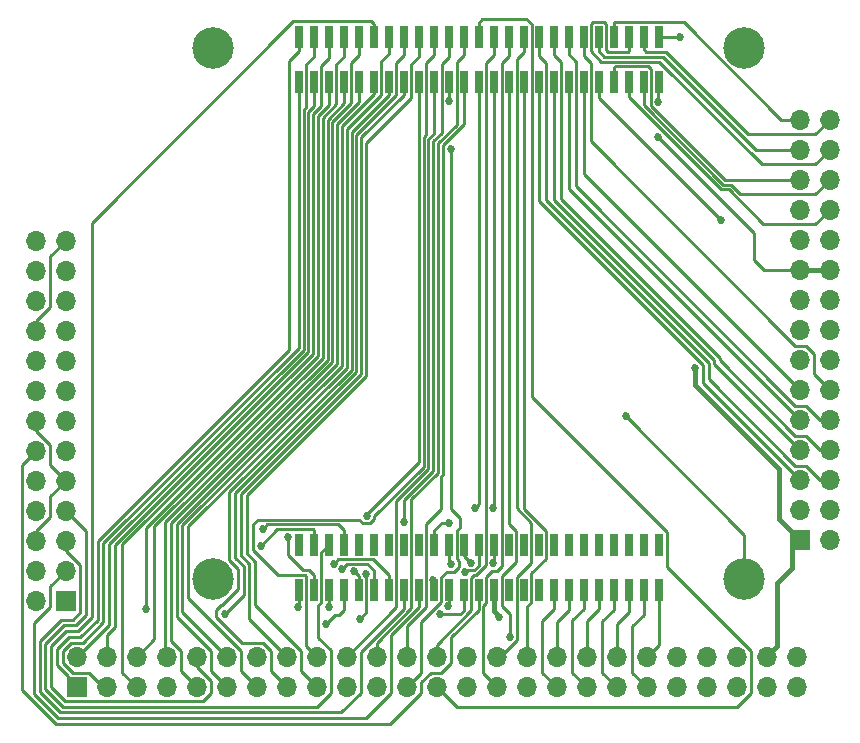
<source format=gtl>
G04 #@! TF.GenerationSoftware,KiCad,Pcbnew,5.1.7*
G04 #@! TF.CreationDate,2020-10-22T00:02:30+01:00*
G04 #@! TF.ProjectId,rc2014-icecore,72633230-3134-42d6-9963-65636f72652e,1*
G04 #@! TF.SameCoordinates,Original*
G04 #@! TF.FileFunction,Copper,L1,Top*
G04 #@! TF.FilePolarity,Positive*
%FSLAX46Y46*%
G04 Gerber Fmt 4.6, Leading zero omitted, Abs format (unit mm)*
G04 Created by KiCad (PCBNEW 5.1.7) date 2020-10-22 00:02:30*
%MOMM*%
%LPD*%
G01*
G04 APERTURE LIST*
G04 #@! TA.AperFunction,ComponentPad*
%ADD10C,3.516000*%
G04 #@! TD*
G04 #@! TA.AperFunction,SMDPad,CuDef*
%ADD11R,0.635000X1.905000*%
G04 #@! TD*
G04 #@! TA.AperFunction,ComponentPad*
%ADD12R,1.700000X1.700000*%
G04 #@! TD*
G04 #@! TA.AperFunction,ComponentPad*
%ADD13O,1.700000X1.700000*%
G04 #@! TD*
G04 #@! TA.AperFunction,ViaPad*
%ADD14C,0.685800*%
G04 #@! TD*
G04 #@! TA.AperFunction,Conductor*
%ADD15C,0.254000*%
G04 #@! TD*
G04 #@! TA.AperFunction,Conductor*
%ADD16C,0.381000*%
G04 #@! TD*
G04 APERTURE END LIST*
D10*
X77068000Y-107167000D03*
X122068000Y-107167000D03*
X77068000Y-152167000D03*
X122068000Y-152167000D03*
D11*
X84328000Y-106262000D03*
X85598000Y-106262000D03*
X86868000Y-106262000D03*
X88138000Y-106262000D03*
X89408000Y-106262000D03*
X90678000Y-106262000D03*
X91948000Y-106262000D03*
X93218000Y-106262000D03*
X94488000Y-106262000D03*
X95758000Y-106262000D03*
X97028000Y-106262000D03*
X98298000Y-106262000D03*
X99568000Y-106262000D03*
X100838000Y-106262000D03*
X102108000Y-106262000D03*
X103378000Y-106262000D03*
X104648000Y-106262000D03*
X105918000Y-106262000D03*
X107188000Y-106262000D03*
X108458000Y-106262000D03*
X109728000Y-106262000D03*
X110998000Y-106262000D03*
X112268000Y-106262000D03*
X113538000Y-106262000D03*
X114808000Y-106262000D03*
X84328000Y-110072000D03*
X85598000Y-110072000D03*
X86868000Y-110072000D03*
X88138000Y-110072000D03*
X89408000Y-110072000D03*
X90678000Y-110072000D03*
X91948000Y-110072000D03*
X93218000Y-110072000D03*
X94488000Y-110072000D03*
X95758000Y-110072000D03*
X97028000Y-110072000D03*
X98298000Y-110072000D03*
X99568000Y-110072000D03*
X100838000Y-110072000D03*
X102108000Y-110072000D03*
X103378000Y-110072000D03*
X104648000Y-110072000D03*
X105918000Y-110072000D03*
X107188000Y-110072000D03*
X108458000Y-110072000D03*
X109728000Y-110072000D03*
X110998000Y-110072000D03*
X112268000Y-110072000D03*
X113538000Y-110072000D03*
X114808000Y-110072000D03*
X84328000Y-149262000D03*
X85598000Y-149262000D03*
X86868000Y-149262000D03*
X88138000Y-149262000D03*
X89408000Y-149262000D03*
X90678000Y-149262000D03*
X91948000Y-149262000D03*
X93218000Y-149262000D03*
X94488000Y-149262000D03*
X95758000Y-149262000D03*
X97028000Y-149262000D03*
X98298000Y-149262000D03*
X99568000Y-149262000D03*
X100838000Y-149262000D03*
X102108000Y-149262000D03*
X103378000Y-149262000D03*
X104648000Y-149262000D03*
X105918000Y-149262000D03*
X107188000Y-149262000D03*
X108458000Y-149262000D03*
X109728000Y-149262000D03*
X110998000Y-149262000D03*
X112268000Y-149262000D03*
X113538000Y-149262000D03*
X114808000Y-149262000D03*
X84328000Y-153072000D03*
X85598000Y-153072000D03*
X86868000Y-153072000D03*
X88138000Y-153072000D03*
X89408000Y-153072000D03*
X90678000Y-153072000D03*
X91948000Y-153072000D03*
X93218000Y-153072000D03*
X94488000Y-153072000D03*
X95758000Y-153072000D03*
X97028000Y-153072000D03*
X98298000Y-153072000D03*
X99568000Y-153072000D03*
X100838000Y-153072000D03*
X102108000Y-153072000D03*
X103378000Y-153072000D03*
X104648000Y-153072000D03*
X105918000Y-153072000D03*
X107188000Y-153072000D03*
X108458000Y-153072000D03*
X109728000Y-153072000D03*
X110998000Y-153072000D03*
X112268000Y-153072000D03*
X113538000Y-153072000D03*
X114808000Y-153072000D03*
D12*
X65532000Y-161290000D03*
D13*
X65532000Y-158750000D03*
X68072000Y-161290000D03*
X68072000Y-158750000D03*
X70612000Y-161290000D03*
X70612000Y-158750000D03*
X73152000Y-161290000D03*
X73152000Y-158750000D03*
X75692000Y-161290000D03*
X75692000Y-158750000D03*
X78232000Y-161290000D03*
X78232000Y-158750000D03*
X80772000Y-161290000D03*
X80772000Y-158750000D03*
X83312000Y-161290000D03*
X83312000Y-158750000D03*
X85852000Y-161290000D03*
X85852000Y-158750000D03*
X88392000Y-161290000D03*
X88392000Y-158750000D03*
X90932000Y-161290000D03*
X90932000Y-158750000D03*
X93472000Y-161290000D03*
X93472000Y-158750000D03*
X96012000Y-161290000D03*
X96012000Y-158750000D03*
X98552000Y-161290000D03*
X98552000Y-158750000D03*
X101092000Y-161290000D03*
X101092000Y-158750000D03*
X103632000Y-161290000D03*
X103632000Y-158750000D03*
X106172000Y-161290000D03*
X106172000Y-158750000D03*
X108712000Y-161290000D03*
X108712000Y-158750000D03*
X111252000Y-161290000D03*
X111252000Y-158750000D03*
X113792000Y-161290000D03*
X113792000Y-158750000D03*
X116332000Y-161290000D03*
X116332000Y-158750000D03*
X118872000Y-161290000D03*
X118872000Y-158750000D03*
X121412000Y-161290000D03*
X121412000Y-158750000D03*
X123952000Y-161290000D03*
X123952000Y-158750000D03*
X126492000Y-161290000D03*
X126492000Y-158750000D03*
D12*
X126746000Y-148844000D03*
D13*
X129286000Y-148844000D03*
X126746000Y-146304000D03*
X129286000Y-146304000D03*
X126746000Y-143764000D03*
X129286000Y-143764000D03*
X126746000Y-141224000D03*
X129286000Y-141224000D03*
X126746000Y-138684000D03*
X129286000Y-138684000D03*
X126746000Y-136144000D03*
X129286000Y-136144000D03*
X126746000Y-133604000D03*
X129286000Y-133604000D03*
X126746000Y-131064000D03*
X129286000Y-131064000D03*
X126746000Y-128524000D03*
X129286000Y-128524000D03*
X126746000Y-125984000D03*
X129286000Y-125984000D03*
X126746000Y-123444000D03*
X129286000Y-123444000D03*
X126746000Y-120904000D03*
X129286000Y-120904000D03*
X126746000Y-118364000D03*
X129286000Y-118364000D03*
X126746000Y-115824000D03*
X129286000Y-115824000D03*
X126746000Y-113284000D03*
X129286000Y-113284000D03*
D12*
X64643000Y-154000000D03*
D13*
X62103000Y-154000000D03*
X64643000Y-151460000D03*
X62103000Y-151460000D03*
X64643000Y-148920000D03*
X62103000Y-148920000D03*
X64643000Y-146380000D03*
X62103000Y-146380000D03*
X64643000Y-143840000D03*
X62103000Y-143840000D03*
X64643000Y-141300000D03*
X62103000Y-141300000D03*
X64643000Y-138760000D03*
X62103000Y-138760000D03*
X64643000Y-136220000D03*
X62103000Y-136220000D03*
X64643000Y-133680000D03*
X62103000Y-133680000D03*
X64643000Y-131140000D03*
X62103000Y-131140000D03*
X64643000Y-128600000D03*
X62103000Y-128600000D03*
X64643000Y-126060000D03*
X62103000Y-126060000D03*
X64643000Y-123520000D03*
X62103000Y-123520000D03*
D14*
X84255600Y-154519900D03*
X116611400Y-106273600D03*
X112064800Y-138404600D03*
X101269800Y-155346400D03*
X86853700Y-154537300D03*
X86673100Y-155939600D03*
X78054000Y-155097400D03*
X71407900Y-154664400D03*
X97231200Y-115773200D03*
X97053400Y-111658400D03*
X99268236Y-146118853D03*
X100812591Y-146178218D03*
X120043070Y-121786750D03*
X81091600Y-149359800D03*
X81269800Y-147945800D03*
X97078802Y-147396200D03*
X97249655Y-150866354D03*
X98882200Y-150799800D03*
X98444311Y-151587896D03*
X100812600Y-150850600D03*
X83438600Y-148577341D03*
X89027000Y-151522632D03*
X88001571Y-151310133D03*
X87274286Y-150893412D03*
X95707201Y-152274491D03*
X96935392Y-154472299D03*
X96254366Y-155163666D03*
X93243400Y-147370800D03*
X90068400Y-146812000D03*
X90047204Y-151735873D03*
X89521401Y-155512399D03*
X102184200Y-157048200D03*
X117851800Y-134328500D03*
X114757200Y-114757200D03*
X114782600Y-111785400D03*
D15*
X64643000Y-123520000D02*
X63308700Y-124854300D01*
X63308700Y-124854300D02*
X63308700Y-129099400D01*
X63308700Y-129099400D02*
X62103000Y-130305100D01*
X62103000Y-130305100D02*
X62103000Y-131140000D01*
X62103000Y-138760000D02*
X62103000Y-139594900D01*
X62103000Y-139594900D02*
X63308700Y-140800600D01*
X63308700Y-140800600D02*
X63308700Y-142505700D01*
X63308700Y-142505700D02*
X64643000Y-143840000D01*
X62103000Y-148920000D02*
X62103000Y-148085100D01*
X62103000Y-148085100D02*
X63308700Y-146879400D01*
X63308700Y-146879400D02*
X63308700Y-145174300D01*
X63308700Y-145174300D02*
X64643000Y-143840000D01*
X114808000Y-106262000D02*
X116599800Y-106262000D01*
X116599800Y-106262000D02*
X116611400Y-106273600D01*
X84328000Y-154447500D02*
X84255600Y-154519900D01*
X84328000Y-153072000D02*
X84328000Y-154447500D01*
X122068000Y-152167000D02*
X122068000Y-148407800D01*
X122068000Y-148407800D02*
X112064800Y-138404600D01*
D16*
X100838000Y-154914600D02*
X101269800Y-155346400D01*
X100838000Y-153072000D02*
X100838000Y-154914600D01*
D15*
X86853700Y-154537300D02*
X86853700Y-154024500D01*
X86853700Y-154024500D02*
X86853700Y-153897500D01*
X86853700Y-153897500D02*
X86868000Y-153072000D01*
X87757000Y-155194000D02*
X88138000Y-154813000D01*
X88138000Y-154813000D02*
X88138000Y-153072000D01*
X86673100Y-155939600D02*
X87418700Y-155194000D01*
X87418700Y-155194000D02*
X87757000Y-155194000D01*
X84328000Y-107278000D02*
X84328000Y-106262000D01*
X84328000Y-107442000D02*
X84328000Y-107278000D01*
X63863400Y-158058800D02*
X64840800Y-157081400D01*
X64809000Y-160387400D02*
X63863400Y-159441800D01*
X65532000Y-161290000D02*
X64809000Y-160567000D01*
X63863400Y-159441800D02*
X63863400Y-158058800D01*
X64809000Y-160567000D02*
X64809000Y-160387400D01*
X64840800Y-157081400D02*
X65812600Y-157081400D01*
X65812600Y-157081400D02*
X67296800Y-155597200D01*
X67296800Y-155597200D02*
X67296800Y-148984200D01*
X67296800Y-148984200D02*
X83494700Y-132786300D01*
X83494700Y-108275300D02*
X84328000Y-107442000D01*
X83494700Y-132786300D02*
X83494700Y-108275300D01*
X68262200Y-149228550D02*
X84734411Y-132756340D01*
X65532000Y-158750000D02*
X68262200Y-156019800D01*
X84963000Y-112207750D02*
X84963000Y-108585000D01*
X84734411Y-132756340D02*
X84734411Y-112436339D01*
X85598000Y-107950000D02*
X85598000Y-106262000D01*
X84963000Y-108585000D02*
X85598000Y-107950000D01*
X68262200Y-156019800D02*
X68262200Y-149228550D01*
X84734411Y-112436339D02*
X84963000Y-112207750D01*
X69406300Y-160084300D02*
X69406300Y-149233950D01*
X85547233Y-133093020D02*
X85547233Y-112773018D01*
X86233000Y-112087250D02*
X86233000Y-108712000D01*
X69406300Y-149233950D02*
X85547233Y-133093020D01*
X70612000Y-161290000D02*
X69406300Y-160084300D01*
X86868000Y-108077000D02*
X86868000Y-106262000D01*
X86233000Y-108712000D02*
X86868000Y-108077000D01*
X85547233Y-112773018D02*
X86233000Y-112087250D01*
X87503000Y-108585000D02*
X88138000Y-107950000D01*
X87503000Y-111966752D02*
X87503000Y-108585000D01*
X86360055Y-133429700D02*
X86360055Y-113109697D01*
X70612000Y-158750000D02*
X72106500Y-157255500D01*
X88138000Y-107950000D02*
X88138000Y-106262000D01*
X72106500Y-157255500D02*
X72106500Y-147683252D01*
X86360055Y-113109697D02*
X87503000Y-111966752D01*
X72106500Y-147683252D02*
X86360055Y-133429700D01*
X89408000Y-107823000D02*
X89408000Y-106262000D01*
X88773000Y-111846254D02*
X88773000Y-108458000D01*
X87172877Y-133766380D02*
X87172877Y-113446377D01*
X73506200Y-147433054D02*
X87172877Y-133766380D01*
X74357700Y-158250600D02*
X73506200Y-157399100D01*
X74357700Y-159955700D02*
X74357700Y-158250600D01*
X75692000Y-161290000D02*
X74357700Y-159955700D01*
X73506200Y-157399100D02*
X73506200Y-147433054D01*
X88773000Y-108458000D02*
X89408000Y-107823000D01*
X87172877Y-113446377D02*
X88773000Y-111846254D01*
X64632700Y-156578900D02*
X65632400Y-156578900D01*
X63360900Y-157850700D02*
X64632700Y-156578900D01*
X65632400Y-156578900D02*
X66814100Y-155397200D01*
X63360900Y-161321900D02*
X63360900Y-157850700D01*
X75692000Y-159584900D02*
X76897700Y-160790600D01*
X64534700Y-162495700D02*
X63360900Y-161321900D01*
X76897700Y-160790600D02*
X76897700Y-161789400D01*
X90475800Y-104953800D02*
X90678000Y-105156000D01*
X76191400Y-162495700D02*
X64534700Y-162495700D01*
X66814100Y-155397200D02*
X66814100Y-122002900D01*
X76897700Y-161789400D02*
X76191400Y-162495700D01*
X75692000Y-158750000D02*
X75692000Y-159584900D01*
X66814100Y-122002900D02*
X83863200Y-104953800D01*
X83863200Y-104953800D02*
X90475800Y-104953800D01*
X90678000Y-105156000D02*
X90678000Y-106262000D01*
X88392110Y-114076890D02*
X91313000Y-111156000D01*
X79437700Y-159955700D02*
X79437700Y-158250600D01*
X80772000Y-161290000D02*
X79437700Y-159955700D01*
X74954300Y-147709207D02*
X88392110Y-134271400D01*
X74954300Y-153767200D02*
X74954300Y-147709207D01*
X79437700Y-158250600D02*
X74954300Y-153767200D01*
X88392110Y-134271400D02*
X88392110Y-114076890D01*
X91313000Y-111156000D02*
X91313000Y-108331000D01*
X91313000Y-108331000D02*
X91948000Y-107696000D01*
X91948000Y-107696000D02*
X91948000Y-106262000D01*
X89204932Y-134608080D02*
X89204932Y-114534068D01*
X89204932Y-114534068D02*
X92583000Y-111156000D01*
X92583000Y-108458000D02*
X93218000Y-107823000D01*
X79664400Y-153487000D02*
X79664400Y-151091500D01*
X78944900Y-150372000D02*
X78944900Y-144868109D01*
X78054000Y-155097400D02*
X79664400Y-153487000D01*
X79664400Y-151091500D02*
X78944900Y-150372000D01*
X78944900Y-144868109D02*
X89204932Y-134608080D01*
X92583000Y-111156000D02*
X92583000Y-108458000D01*
X93218000Y-107823000D02*
X93218000Y-106262000D01*
X79910300Y-145052211D02*
X90017754Y-134944760D01*
X90017754Y-115235846D02*
X93853000Y-111400600D01*
X94488000Y-107950000D02*
X94488000Y-106262000D01*
X85852000Y-161290000D02*
X84517700Y-159955700D01*
X90017754Y-134944760D02*
X90017754Y-115235846D01*
X84517700Y-159955700D02*
X84517700Y-158250600D01*
X84517700Y-158250600D02*
X80629800Y-154362700D01*
X80629800Y-154362700D02*
X80629800Y-150691700D01*
X80629800Y-150691700D02*
X79910300Y-149972200D01*
X79910300Y-149972200D02*
X79910300Y-145052211D01*
X93853000Y-111400600D02*
X93853000Y-108585000D01*
X93853000Y-108585000D02*
X94488000Y-107950000D01*
X95758000Y-107823000D02*
X95758000Y-106262000D01*
X95123000Y-108458000D02*
X95758000Y-107823000D01*
X94894411Y-114773140D02*
X95123000Y-114544551D01*
X82599699Y-151840099D02*
X80467200Y-149707600D01*
X84869021Y-151840099D02*
X82599699Y-151840099D01*
X84924901Y-151895979D02*
X84869021Y-151840099D01*
X84924901Y-157822901D02*
X84924901Y-151895979D01*
X90690702Y-146866048D02*
X94894411Y-142662340D01*
X90367106Y-147434302D02*
X90690702Y-147110706D01*
X95123000Y-114544551D02*
X95123000Y-108458000D01*
X85852000Y-158750000D02*
X84924901Y-157822901D01*
X80467200Y-149707600D02*
X80467200Y-147548600D01*
X80467200Y-147548600D02*
X80873591Y-147142209D01*
X80873591Y-147142209D02*
X89452201Y-147142209D01*
X94894411Y-142662340D02*
X94894411Y-114773140D01*
X90690702Y-147110706D02*
X90690702Y-146866048D01*
X89452201Y-147142209D02*
X89744294Y-147434302D01*
X89744294Y-147434302D02*
X90367106Y-147434302D01*
X98298000Y-107823000D02*
X98298000Y-106262000D01*
X97688400Y-108432600D02*
X98298000Y-107823000D01*
X96113644Y-115278159D02*
X97688400Y-113703403D01*
X97688400Y-113703403D02*
X97688400Y-108432600D01*
X96113644Y-143167360D02*
X96113644Y-115278159D01*
X93865702Y-145415301D02*
X96113644Y-143167360D01*
X90932000Y-157546750D02*
X93853000Y-154625750D01*
X93865702Y-147669506D02*
X93865702Y-145415301D01*
X90932000Y-158750000D02*
X90932000Y-157546750D01*
X93853000Y-154625750D02*
X93853000Y-147682208D01*
X93853000Y-147682208D02*
X93865702Y-147669506D01*
X122617700Y-161789400D02*
X122617700Y-158250600D01*
X121428700Y-162978400D02*
X122617700Y-161789400D01*
X122617700Y-158250600D02*
X115481200Y-151114100D01*
X104051099Y-105216099D02*
X103610000Y-104775000D01*
X96012000Y-161290000D02*
X97700400Y-162978400D01*
X99848500Y-104775000D02*
X99568000Y-105055500D01*
X115481200Y-151114100D02*
X115481200Y-148162200D01*
X115481200Y-148162200D02*
X104051099Y-136732099D01*
X97700400Y-162978400D02*
X121428700Y-162978400D01*
X104051099Y-136732099D02*
X104051099Y-105216099D01*
X99568000Y-105055500D02*
X99568000Y-106262000D01*
X103610000Y-104775000D02*
X99848500Y-104775000D01*
X99349246Y-151828513D02*
X100164901Y-151012858D01*
X96012000Y-157737251D02*
X98933000Y-154816251D01*
X100203000Y-145876629D02*
X100203000Y-108458000D01*
X100164901Y-151012858D02*
X100164901Y-145914728D01*
X98933000Y-152041559D02*
X99146046Y-151828513D01*
X100203000Y-108458000D02*
X100838000Y-107823000D01*
X100164901Y-145914728D02*
X100203000Y-145876629D01*
X96012000Y-158750000D02*
X96012000Y-157737251D01*
X98933000Y-154816251D02*
X98933000Y-152041559D01*
X100838000Y-107823000D02*
X100838000Y-106262000D01*
X99146046Y-151828513D02*
X99349246Y-151828513D01*
X102781099Y-108165901D02*
X103378000Y-107569000D01*
X104013000Y-147428828D02*
X102781099Y-146196927D01*
X104013000Y-150771557D02*
X104013000Y-147428828D01*
X102781099Y-152003458D02*
X104013000Y-150771557D01*
X101403408Y-158750000D02*
X102836979Y-157316429D01*
X103378000Y-107569000D02*
X103378000Y-106262000D01*
X101092000Y-158750000D02*
X101403408Y-158750000D01*
X102781099Y-154248021D02*
X102781099Y-152003458D01*
X102836979Y-157316429D02*
X102836979Y-154303901D01*
X102781099Y-146196927D02*
X102781099Y-108165901D01*
X102836979Y-154303901D02*
X102781099Y-154248021D01*
X105283000Y-108483400D02*
X104648000Y-107848400D01*
X104648000Y-106897000D02*
X104648000Y-106262000D01*
X105283000Y-120089100D02*
X105283000Y-108483400D01*
X119033100Y-133839200D02*
X105283000Y-120089100D01*
X104648000Y-107848400D02*
X104648000Y-106897000D01*
X128451100Y-143764000D02*
X127245400Y-142558300D01*
X129286000Y-143764000D02*
X128451100Y-143764000D01*
X127245400Y-142558300D02*
X126375200Y-142558300D01*
X126375200Y-142558300D02*
X119033100Y-135216200D01*
X119033100Y-135216200D02*
X119033100Y-133839200D01*
X105918000Y-107442000D02*
X105918000Y-106262000D01*
X105918000Y-107797600D02*
X105918000Y-107442000D01*
X106553000Y-108432600D02*
X105918000Y-107797600D01*
X106553000Y-119993800D02*
X106553000Y-108432600D01*
X119998500Y-133439300D02*
X106553000Y-119993800D01*
X127245400Y-140018300D02*
X126375200Y-140018300D01*
X128451100Y-141224000D02*
X127245400Y-140018300D01*
X129286000Y-141224000D02*
X128451100Y-141224000D01*
X126375200Y-140018300D02*
X119998500Y-133641600D01*
X119998500Y-133641600D02*
X119998500Y-133439300D01*
X107188000Y-107746800D02*
X107188000Y-106262000D01*
X107823000Y-108381800D02*
X107188000Y-107746800D01*
X128451100Y-138684000D02*
X127245400Y-137478300D01*
X107823000Y-118926100D02*
X107823000Y-108381800D01*
X129286000Y-138684000D02*
X128451100Y-138684000D01*
X127245400Y-137478300D02*
X126375200Y-137478300D01*
X126375200Y-137478300D02*
X107823000Y-118926100D01*
X108458000Y-107848400D02*
X108458000Y-106897000D01*
X109093000Y-108483400D02*
X108458000Y-107848400D01*
X109093000Y-115116100D02*
X109093000Y-108483400D01*
X127951700Y-134809700D02*
X127951700Y-133104600D01*
X108458000Y-106897000D02*
X108458000Y-106262000D01*
X129286000Y-136144000D02*
X127951700Y-134809700D01*
X127951700Y-133104600D02*
X127245400Y-132398300D01*
X127245400Y-132398300D02*
X126375200Y-132398300D01*
X126375200Y-132398300D02*
X109093000Y-115116100D01*
X126746000Y-115824000D02*
X123015700Y-115824000D01*
X110210478Y-107950978D02*
X109728000Y-107468500D01*
X109728000Y-107468500D02*
X109728000Y-106262000D01*
X115142678Y-107950978D02*
X110210478Y-107950978D01*
X123015700Y-115824000D02*
X115142678Y-107950978D01*
X125169646Y-113284000D02*
X126746000Y-113284000D01*
X116915745Y-105030099D02*
X125169646Y-113284000D01*
X111023401Y-105030099D02*
X116915745Y-105030099D01*
X110998000Y-105055500D02*
X111023401Y-105030099D01*
X110998000Y-106262000D02*
X110998000Y-105055500D01*
X109093000Y-105178000D02*
X109279000Y-104992000D01*
X110363000Y-105178000D02*
X110363000Y-107346000D01*
X128080300Y-117029700D02*
X123538700Y-117029700D01*
X129286000Y-115824000D02*
X128080300Y-117029700D01*
X110177000Y-104992000D02*
X110363000Y-105178000D01*
X109279000Y-104992000D02*
X110177000Y-104992000D01*
X110536300Y-107519300D02*
X112217200Y-107519300D01*
X109093000Y-107495300D02*
X109093000Y-105178000D01*
X112268000Y-107468500D02*
X112268000Y-106262000D01*
X112217200Y-107519300D02*
X112268000Y-107468500D01*
X109955089Y-108357389D02*
X109093000Y-107495300D01*
X123538700Y-117029700D02*
X114866389Y-108357389D01*
X110363000Y-107346000D02*
X110536300Y-107519300D01*
X114866389Y-108357389D02*
X109955089Y-108357389D01*
X113538000Y-107315000D02*
X113538000Y-106262000D01*
X128080300Y-114489700D02*
X122364000Y-114489700D01*
X129286000Y-113284000D02*
X128080300Y-114489700D01*
X122364000Y-114489700D02*
X115393600Y-107519300D01*
X115393600Y-107519300D02*
X113742300Y-107519300D01*
X113742300Y-107519300D02*
X113538000Y-107315000D01*
X66529300Y-160084300D02*
X65175200Y-160084300D01*
X65036700Y-157554200D02*
X66022400Y-157554200D01*
X67779500Y-149136500D02*
X84328000Y-132588000D01*
X67735000Y-161290000D02*
X66529300Y-160084300D01*
X67779500Y-155797100D02*
X67779500Y-149136500D01*
X68072000Y-161290000D02*
X67735000Y-161290000D01*
X64336200Y-158254700D02*
X65036700Y-157554200D01*
X84328000Y-132588000D02*
X84328000Y-110072000D01*
X65175200Y-160084300D02*
X64336200Y-159245300D01*
X66022400Y-157554200D02*
X67779500Y-155797100D01*
X64336200Y-159245300D02*
X64336200Y-158254700D01*
X85598000Y-112147500D02*
X85598000Y-110072000D01*
X85140822Y-132924680D02*
X85140822Y-112604679D01*
X68072000Y-158750000D02*
X68072000Y-156869900D01*
X85140822Y-112604679D02*
X85598000Y-112147500D01*
X68744900Y-149320600D02*
X85140822Y-132924680D01*
X68072000Y-156869900D02*
X68744900Y-156197000D01*
X68744900Y-156197000D02*
X68744900Y-149320600D01*
X71407900Y-147807101D02*
X85953644Y-133261360D01*
X85953644Y-133261360D02*
X85953644Y-112941357D01*
X85953644Y-112941357D02*
X86868000Y-112027001D01*
X71407900Y-154664400D02*
X71407900Y-147807101D01*
X86868000Y-112027001D02*
X86868000Y-110072000D01*
X88138000Y-111906503D02*
X88138000Y-110072000D01*
X86766466Y-113278037D02*
X88138000Y-111906503D01*
X86766466Y-133598040D02*
X86766466Y-113278037D01*
X73023500Y-147341003D02*
X86766466Y-133598040D01*
X73023500Y-158621500D02*
X73023500Y-147341003D01*
X73152000Y-158750000D02*
X73023500Y-158621500D01*
X73988900Y-147525105D02*
X87579288Y-133934720D01*
X89408000Y-111786005D02*
X89408000Y-110072000D01*
X73988900Y-155341800D02*
X73988900Y-147525105D01*
X87579288Y-133934720D02*
X87579288Y-113614717D01*
X76897700Y-158250600D02*
X73988900Y-155341800D01*
X78232000Y-161290000D02*
X76897700Y-159955700D01*
X87579288Y-113614717D02*
X89408000Y-111786005D01*
X76897700Y-159955700D02*
X76897700Y-158250600D01*
X87985699Y-113783057D02*
X90678000Y-111090756D01*
X87985699Y-134103060D02*
X87985699Y-113783057D01*
X74471600Y-147617156D02*
X87985699Y-134103060D01*
X74471600Y-154989600D02*
X74471600Y-147617156D01*
X78232000Y-158750000D02*
X74471600Y-154989600D01*
X90678000Y-111090756D02*
X90678000Y-110072000D01*
X91948000Y-111149600D02*
X91948000Y-110072000D01*
X78462200Y-150572000D02*
X78462200Y-144776058D01*
X83312000Y-161290000D02*
X81977700Y-159955700D01*
X81977700Y-158250600D02*
X81271400Y-157544300D01*
X77355400Y-154808000D02*
X77764600Y-154398800D01*
X88798521Y-134439740D02*
X88798521Y-114299079D01*
X78462200Y-144776058D02*
X88798521Y-134439740D01*
X81977700Y-159955700D02*
X81977700Y-158250600D01*
X81271400Y-157544300D02*
X79512900Y-157544300D01*
X79512900Y-157544300D02*
X77355400Y-155386800D01*
X77355400Y-155386800D02*
X77355400Y-154808000D01*
X77764600Y-154398800D02*
X77825400Y-154398800D01*
X77825400Y-154398800D02*
X79181700Y-153042500D01*
X79181700Y-153042500D02*
X79181700Y-151291500D01*
X79181700Y-151291500D02*
X78462200Y-150572000D01*
X88798521Y-114299079D02*
X91948000Y-111149600D01*
X80147100Y-155585100D02*
X80147100Y-150891600D01*
X79427600Y-150172100D02*
X79427600Y-144960160D01*
X93218000Y-111149600D02*
X93218000Y-110072000D01*
X89611343Y-134776420D02*
X89611343Y-114756257D01*
X79427600Y-144960160D02*
X89611343Y-134776420D01*
X80147100Y-150891600D02*
X79427600Y-150172100D01*
X89611343Y-114756257D02*
X93218000Y-111149600D01*
X83312000Y-158750000D02*
X80147100Y-155585100D01*
X95758000Y-114484301D02*
X95758000Y-110072000D01*
X88392000Y-158750000D02*
X92583000Y-154559000D01*
X95300822Y-114941480D02*
X95758000Y-114484301D01*
X95300822Y-142830680D02*
X95300822Y-114941480D01*
X92583000Y-154559000D02*
X92583000Y-145548501D01*
X92583000Y-145548501D02*
X95300822Y-142830680D01*
X97053400Y-110097400D02*
X97028000Y-110072000D01*
X97053400Y-111658400D02*
X97053400Y-110097400D01*
X97231200Y-116258133D02*
X97231200Y-115773200D01*
X97231200Y-146253200D02*
X97231200Y-116258133D01*
X98018600Y-147768478D02*
X98018600Y-147040600D01*
X96393000Y-151988000D02*
X96847396Y-151533604D01*
X96393000Y-154104112D02*
X96393000Y-151988000D01*
X98018600Y-147040600D02*
X97231200Y-146253200D01*
X96847396Y-151533604D02*
X97504983Y-151533604D01*
X97504983Y-151533604D02*
X97880293Y-151158294D01*
X97701099Y-148085979D02*
X98018600Y-147768478D01*
X97880293Y-151158294D02*
X97880293Y-150617215D01*
X93472000Y-161290000D02*
X94677700Y-160084300D01*
X97880293Y-150617215D02*
X97701099Y-150438021D01*
X94677700Y-155819412D02*
X96393000Y-154104112D01*
X94677700Y-160084300D02*
X94677700Y-155819412D01*
X97701099Y-150438021D02*
X97701099Y-148085979D01*
X95084901Y-147529293D02*
X96393000Y-146221194D01*
X93472000Y-156156252D02*
X95084901Y-154543351D01*
X96393000Y-146221194D02*
X96393000Y-143462755D01*
X96520055Y-115446499D02*
X98298000Y-113668554D01*
X98298000Y-113668554D02*
X98298000Y-110072000D01*
X93472000Y-158750000D02*
X93472000Y-156156252D01*
X95084901Y-154543351D02*
X95084901Y-147529293D01*
X96393000Y-143462755D02*
X96520055Y-143335700D01*
X96520055Y-143335700D02*
X96520055Y-115446499D01*
X99568000Y-110072000D02*
X99568000Y-145819089D01*
X99568000Y-145819089D02*
X99268236Y-146118853D01*
X100838000Y-146152809D02*
X100812591Y-146178218D01*
X100838000Y-110072000D02*
X100838000Y-146152809D01*
X103632000Y-158750000D02*
X103632000Y-154537000D01*
X103378000Y-111278500D02*
X103378000Y-110072000D01*
X105244901Y-148085979D02*
X103378000Y-146219078D01*
X103378000Y-146219078D02*
X103378000Y-111278500D01*
X105244901Y-150438021D02*
X105244901Y-148085979D01*
X104013000Y-151669922D02*
X105244901Y-150438021D01*
X103632000Y-154537000D02*
X104013000Y-154156000D01*
X104013000Y-154156000D02*
X104013000Y-151669922D01*
X104648000Y-112395000D02*
X104648000Y-110072000D01*
X104648000Y-120136700D02*
X104648000Y-112395000D01*
X118550400Y-134039100D02*
X104648000Y-120136700D01*
X126746000Y-143764000D02*
X118550400Y-135568400D01*
X118550400Y-135568400D02*
X118550400Y-134039100D01*
X105918000Y-110707000D02*
X105918000Y-110072000D01*
X119515800Y-133639200D02*
X105918000Y-120041400D01*
X126746000Y-141224000D02*
X119515800Y-133993800D01*
X105918000Y-120041400D02*
X105918000Y-110707000D01*
X119515800Y-133993800D02*
X119515800Y-133639200D01*
X107188000Y-111633000D02*
X107188000Y-110072000D01*
X126746000Y-138684000D02*
X107188000Y-119126000D01*
X107188000Y-119126000D02*
X107188000Y-111633000D01*
X108458000Y-112141000D02*
X108458000Y-110072000D01*
X126746000Y-136144000D02*
X108458000Y-117856000D01*
X108458000Y-117856000D02*
X108458000Y-112141000D01*
X109728000Y-110072000D02*
X109728000Y-111471680D01*
X109728000Y-111471680D02*
X120043070Y-121786750D01*
X111099579Y-108763921D02*
X110998000Y-108865500D01*
X114160300Y-108993200D02*
X113931021Y-108763921D01*
X120440194Y-118364000D02*
X114160299Y-112084105D01*
X126746000Y-118364000D02*
X120440194Y-118364000D01*
X113931021Y-108763921D02*
X111099579Y-108763921D01*
X110998000Y-108865500D02*
X110998000Y-110072000D01*
X114160299Y-112084105D02*
X114160300Y-108993200D01*
X128080300Y-122109700D02*
X123649650Y-122109700D01*
X120716772Y-119176822D02*
X120103514Y-119176822D01*
X123649650Y-122109700D02*
X120716772Y-119176822D01*
X129286000Y-120904000D02*
X128080300Y-122109700D01*
X112268000Y-111341306D02*
X112268000Y-110072000D01*
X120103514Y-119176822D02*
X112268000Y-111341306D01*
X129286000Y-118364000D02*
X128080300Y-119569700D01*
X120885261Y-118770411D02*
X120271854Y-118770411D01*
X128080300Y-119569700D02*
X121684550Y-119569700D01*
X120271854Y-118770411D02*
X113538000Y-112036555D01*
X113538000Y-112036555D02*
X113538000Y-110072000D01*
X121684550Y-119569700D02*
X120885261Y-118770411D01*
X82496369Y-147955031D02*
X85497531Y-147955031D01*
X81091600Y-149359800D02*
X82496369Y-147955031D01*
X85497531Y-147955031D02*
X85598000Y-148055500D01*
X85598000Y-148055500D02*
X85598000Y-149262000D01*
X85974500Y-157129350D02*
X85974500Y-154414500D01*
X64643000Y-146380000D02*
X66331400Y-148068400D01*
X66331400Y-148068400D02*
X66331400Y-155197300D01*
X64334700Y-162978400D02*
X85868700Y-162978400D01*
X85868700Y-162978400D02*
X87057700Y-161789400D01*
X64432800Y-156096200D02*
X62878200Y-157650800D01*
X66331400Y-155197300D02*
X65432500Y-156096200D01*
X87057700Y-158212550D02*
X85974500Y-157129350D01*
X86233000Y-154156000D02*
X86233000Y-149897000D01*
X62878200Y-161521900D02*
X64334700Y-162978400D01*
X65432500Y-156096200D02*
X64432800Y-156096200D01*
X86233000Y-149897000D02*
X86868000Y-149262000D01*
X85974500Y-154414500D02*
X86233000Y-154156000D01*
X87057700Y-161789400D02*
X87057700Y-158212550D01*
X62878200Y-157650800D02*
X62878200Y-161521900D01*
X81269800Y-147945800D02*
X81666980Y-147548620D01*
X87631120Y-147548620D02*
X88138000Y-148055500D01*
X81666980Y-147548620D02*
X87631120Y-147548620D01*
X88138000Y-148055500D02*
X88138000Y-149262000D01*
X95758000Y-148055500D02*
X96417300Y-147396200D01*
X96417300Y-147396200D02*
X97078802Y-147396200D01*
X95758000Y-149262000D02*
X95758000Y-148055500D01*
X97028000Y-149262000D02*
X97028000Y-150644699D01*
X97028000Y-150644699D02*
X97249655Y-150866354D01*
X98298000Y-149262000D02*
X98298000Y-150215600D01*
X98298000Y-150215600D02*
X98882200Y-150799800D01*
X99568000Y-149262000D02*
X99568000Y-151035008D01*
X99180906Y-151422102D02*
X98610105Y-151422102D01*
X98610105Y-151422102D02*
X98444311Y-151587896D01*
X99568000Y-151035008D02*
X99180906Y-151422102D01*
X100838000Y-150825200D02*
X100812600Y-150850600D01*
X100838000Y-149262000D02*
X100838000Y-150825200D01*
X85166188Y-151433688D02*
X84726688Y-151433688D01*
X85598000Y-151865500D02*
X85166188Y-151433688D01*
X85598000Y-153072000D02*
X85598000Y-151865500D01*
X83438600Y-150145600D02*
X83438600Y-148577341D01*
X84726688Y-151433688D02*
X83438600Y-150145600D01*
X89408000Y-151903632D02*
X89027000Y-151522632D01*
X89408000Y-153072000D02*
X89408000Y-151903632D01*
X90678000Y-151445663D02*
X90132649Y-150900312D01*
X88411392Y-150900312D02*
X88001571Y-151310133D01*
X90132649Y-150900312D02*
X88411392Y-150900312D01*
X90678000Y-153072000D02*
X90678000Y-151445663D01*
X91948000Y-153072000D02*
X91948000Y-151865500D01*
X90576401Y-150493901D02*
X87673797Y-150493901D01*
X91948000Y-151865500D02*
X90576401Y-150493901D01*
X87673797Y-150493901D02*
X87274286Y-150893412D01*
X89597700Y-161789400D02*
X89597700Y-158306300D01*
X87926000Y-163461100D02*
X89597700Y-161789400D01*
X64134800Y-163461100D02*
X87926000Y-163461100D01*
X62395500Y-161721800D02*
X64134800Y-163461100D01*
X65232500Y-155613500D02*
X64232800Y-155613500D01*
X65848700Y-154997300D02*
X65232500Y-155613500D01*
X64643000Y-148920000D02*
X64643000Y-149754900D01*
X93218000Y-154686000D02*
X93218000Y-153072000D01*
X62395500Y-157450800D02*
X62395500Y-161721800D01*
X89597700Y-158306300D02*
X93218000Y-154686000D01*
X64232800Y-155613500D02*
X62395500Y-157450800D01*
X64643000Y-149754900D02*
X65848700Y-150960600D01*
X65848700Y-150960600D02*
X65848700Y-154997300D01*
X61912800Y-155895300D02*
X61912800Y-161921800D01*
X64643000Y-151460000D02*
X63308700Y-152794300D01*
X63308700Y-152794300D02*
X63308700Y-154499400D01*
X63308700Y-154499400D02*
X61912800Y-155895300D01*
X92137700Y-161789400D02*
X92137700Y-156915801D01*
X89983300Y-163943800D02*
X92137700Y-161789400D01*
X92137700Y-156915801D02*
X94488000Y-154565501D01*
X94488000Y-154565501D02*
X94488000Y-153072000D01*
X63934800Y-163943800D02*
X89983300Y-163943800D01*
X61912800Y-161921800D02*
X63934800Y-163943800D01*
X95758000Y-152325290D02*
X95707201Y-152274491D01*
X95758000Y-153072000D02*
X95758000Y-152325290D01*
X97028000Y-153072000D02*
X97028000Y-154379691D01*
X97028000Y-154379691D02*
X96935392Y-154472299D01*
X98298000Y-154876500D02*
X98010834Y-155163666D01*
X98298000Y-153072000D02*
X98298000Y-154876500D01*
X98010834Y-155163666D02*
X96254366Y-155163666D01*
X60897300Y-142505700D02*
X60897300Y-161588900D01*
X99556188Y-153083812D02*
X99568000Y-153072000D01*
X97217700Y-159249400D02*
X97217700Y-157106302D01*
X96382800Y-160084300D02*
X97217700Y-159249400D01*
X94677700Y-160919200D02*
X95512600Y-160084300D01*
X95512600Y-160084300D02*
X96382800Y-160084300D01*
X99556188Y-154767814D02*
X99556188Y-153083812D01*
X94677700Y-161789400D02*
X94677700Y-160919200D01*
X63734900Y-164426500D02*
X92040600Y-164426500D01*
X97217700Y-157106302D02*
X99556188Y-154767814D01*
X62103000Y-141300000D02*
X60897300Y-142505700D01*
X92040600Y-164426500D02*
X94677700Y-161789400D01*
X60897300Y-161588900D02*
X63734900Y-164426500D01*
X105918000Y-154686000D02*
X105918000Y-153072000D01*
X104902000Y-155702000D02*
X105918000Y-154686000D01*
X104966300Y-158250600D02*
X104902000Y-158186300D01*
X104902000Y-158186300D02*
X104902000Y-155702000D01*
X106172000Y-161290000D02*
X104966300Y-160084300D01*
X104966300Y-160084300D02*
X104966300Y-158250600D01*
X106172000Y-155798876D02*
X107188000Y-154782876D01*
X107188000Y-154782876D02*
X107188000Y-153072000D01*
X106172000Y-158750000D02*
X106172000Y-155798876D01*
X108458000Y-154686000D02*
X108458000Y-153072000D01*
X107506300Y-155637700D02*
X108458000Y-154686000D01*
X108712000Y-161290000D02*
X107506300Y-160084300D01*
X107506300Y-160084300D02*
X107506300Y-155637700D01*
X108712000Y-155702000D02*
X109728000Y-154686000D01*
X108712000Y-158750000D02*
X108712000Y-155702000D01*
X109728000Y-154686000D02*
X109728000Y-153072000D01*
X110046300Y-155764700D02*
X110998000Y-154813000D01*
X110046300Y-160084300D02*
X110046300Y-155764700D01*
X110998000Y-154813000D02*
X110998000Y-153072000D01*
X111252000Y-161290000D02*
X110046300Y-160084300D01*
X112268000Y-154940000D02*
X112268000Y-153072000D01*
X111252000Y-155956000D02*
X112268000Y-154940000D01*
X111252000Y-158750000D02*
X111252000Y-155956000D01*
X113538000Y-155194000D02*
X113538000Y-153072000D01*
X113792000Y-161290000D02*
X112586300Y-160084300D01*
X112586300Y-160084300D02*
X112586300Y-156145700D01*
X112586300Y-156145700D02*
X113538000Y-155194000D01*
X113792000Y-158750000D02*
X114808000Y-157734000D01*
X114808000Y-157734000D02*
X114808000Y-153072000D01*
X93243400Y-145462852D02*
X93243400Y-147370800D01*
X97028000Y-106262000D02*
X97028000Y-107950000D01*
X95707233Y-142999020D02*
X93243400Y-145462852D01*
X96431099Y-114385953D02*
X95707233Y-115109819D01*
X97028000Y-107950000D02*
X96431099Y-108546901D01*
X96431099Y-108546901D02*
X96431099Y-114385953D01*
X95707233Y-115109819D02*
X95707233Y-142999020D01*
X102108000Y-107569000D02*
X102108000Y-106262000D01*
X102108000Y-107870539D02*
X102108000Y-107569000D01*
X101511099Y-151047709D02*
X101511099Y-108467440D01*
X101085906Y-151472902D02*
X101511099Y-151047709D01*
X100730306Y-151472902D02*
X101085906Y-151472902D01*
X99962599Y-160160599D02*
X99962599Y-154450323D01*
X101511099Y-108467440D02*
X102108000Y-107870539D01*
X99962599Y-154450323D02*
X100190298Y-154222624D01*
X100190298Y-154222624D02*
X100190298Y-152012910D01*
X101092000Y-161290000D02*
X99962599Y-160160599D01*
X100190298Y-152012910D02*
X100730306Y-151472902D01*
X94488000Y-110072000D02*
X94488000Y-142265400D01*
X94488000Y-142265400D02*
X90093800Y-146659600D01*
X90093800Y-146786600D02*
X90068400Y-146812000D01*
X90093800Y-146659600D02*
X90093800Y-146786600D01*
X90047204Y-151735873D02*
X90047204Y-154986596D01*
X90047204Y-154986596D02*
X89521401Y-155512399D01*
X102184200Y-155161992D02*
X102184200Y-157048200D01*
X102108000Y-110072000D02*
X102108000Y-147497800D01*
X102704901Y-150702177D02*
X101511099Y-151895979D01*
X101511099Y-151895979D02*
X101511099Y-154488891D01*
X102704901Y-148094701D02*
X102704901Y-150702177D01*
X101511099Y-154488891D02*
X102184200Y-155161992D01*
X102108000Y-147497800D02*
X102704901Y-148094701D01*
D16*
X129286000Y-125984000D02*
X126746000Y-125984000D01*
X124841000Y-157861000D02*
X123952000Y-158750000D01*
X126086500Y-151227500D02*
X124841000Y-152473000D01*
X124841000Y-152473000D02*
X124841000Y-157861000D01*
X126746000Y-148844000D02*
X126086500Y-149503500D01*
X126086500Y-149503500D02*
X126086500Y-151227500D01*
X124968000Y-147066000D02*
X126746000Y-148844000D01*
X124968000Y-142875000D02*
X124968000Y-147066000D01*
X117851800Y-134328500D02*
X117851800Y-135758800D01*
X117851800Y-135758800D02*
X124968000Y-142875000D01*
D15*
X114782600Y-110097400D02*
X114808000Y-110072000D01*
X114782600Y-111785400D02*
X114782600Y-110097400D01*
X122859800Y-125145800D02*
X122859800Y-122859800D01*
X122859800Y-122859800D02*
X114757200Y-114757200D01*
X126746000Y-125984000D02*
X123698000Y-125984000D01*
X123698000Y-125984000D02*
X122859800Y-125145800D01*
M02*

</source>
